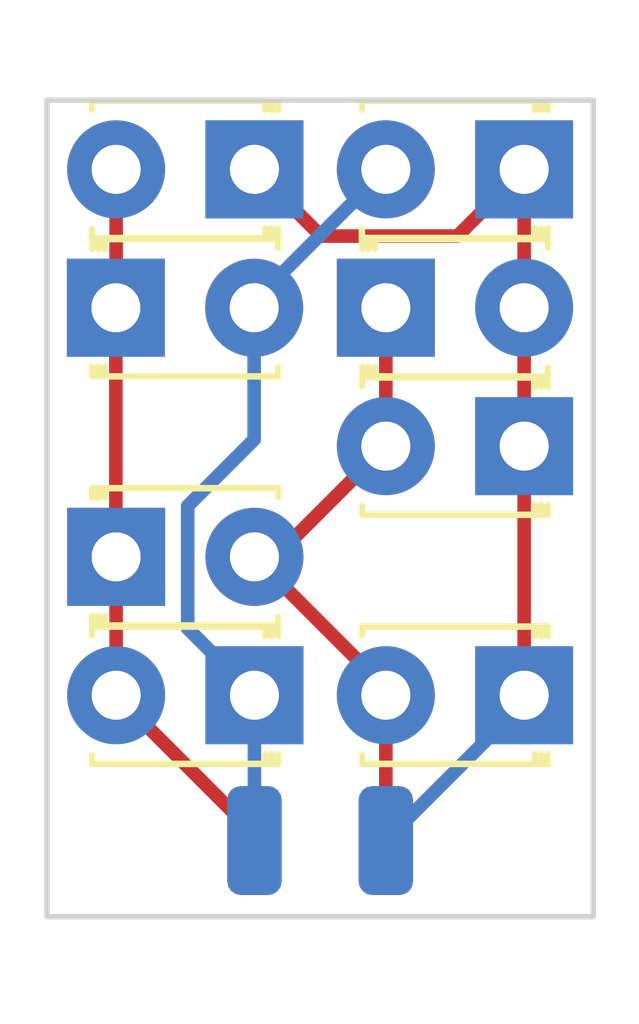
<source format=kicad_pcb>
(kicad_pcb (version 20221018) (generator pcbnew)
  (layers (0 "F.Cu" signal) (31 "B.Cu" signal) (34 "B.Paste" user) (35 "F.Paste" user) (36 "B.SilkS" user "B.Silkscreen") (37 "F.SilkS" user "F.Silkscreen") (38 "B.Mask" user) (39 "F.Mask" user) (44 "Edge.Cuts" user))
  (net 0 "")
  (net 1 "Net-(D1G1-K)")
  (net 2 "Net-(D1G1-A)")
  (net 3 "Net-(D3R1-K)")
  (net 4 "Net-(D1G2-A)")
  (footprint "LED_THT:LED_D1.8mm_W3.3mm_H2.4mm" (layer "F.Cu") (at 111.125 75.057 180)
    (fp_text reference "D7O2" hide)
    (fp_text value "LED")
    (fp_line (start -0.44 -1.26) (end -0.44 -1.08) (stroke (width 0.12)) (layer "F.SilkS"))
    (fp_line (start -0.44 -1.26) (end 2.98 -1.26) (stroke (width 0.12)) (layer "F.SilkS"))
    (fp_line (start -0.44 1.08) (end -0.44 1.26) (stroke (width 0.12)) (layer "F.SilkS"))
    (fp_line (start -0.44 1.26) (end 2.98 1.26) (stroke (width 0.12)) (layer "F.SilkS"))
    (fp_line (start -0.32 -1.26) (end -0.32 -1.08) (stroke (width 0.12)) (layer "F.SilkS"))
    (fp_line (start -0.32 1.08) (end -0.32 1.26) (stroke (width 0.12)) (layer "F.SilkS"))
    (fp_line (start -0.2 -1.26) (end -0.2 -1.08) (stroke (width 0.12)) (layer "F.SilkS"))
    (fp_line (start -0.2 1.08) (end -0.2 1.26) (stroke (width 0.12)) (layer "F.SilkS"))
    (fp_line (start 2.98 -1.26) (end 2.98 -1.095) (stroke (width 0.12)) (layer "F.SilkS"))
    (fp_line (start 2.98 1.095) (end 2.98 1.26) (stroke (width 0.12)) (layer "F.SilkS"))
    (pad "1" thru_hole rect (at 0 0 180) (size 1.8 1.8) (drill 0.9) (layers "*.Cu" "*.Mask") (net 1 "Net-(D1G1-K)"))
    (pad "2" thru_hole circle (at 2.54 0 180) (size 1.8 1.8) (drill 0.9) (layers "*.Cu" "*.Mask") (net 3 "Net-(D3R1-K)"))
  )
  (footprint "LED_THT:LED_D1.8mm_W3.3mm_H2.4mm" (layer "F.Cu") (at 111.125 70.485 180)
    (fp_text reference "D4W1" hide)
    (fp_text value "LED" hide)
    (fp_line (start -0.44 -1.26) (end -0.44 -1.08) (stroke (width 0.12)) (layer "F.SilkS"))
    (fp_line (start -0.44 -1.26) (end 2.98 -1.26) (stroke (width 0.12)) (layer "F.SilkS"))
    (fp_line (start -0.44 1.08) (end -0.44 1.26) (stroke (width 0.12)) (layer "F.SilkS"))
    (fp_line (start -0.44 1.26) (end 2.98 1.26) (stroke (width 0.12)) (layer "F.SilkS"))
    (fp_line (start -0.32 -1.26) (end -0.32 -1.08) (stroke (width 0.12)) (layer "F.SilkS"))
    (fp_line (start -0.32 1.08) (end -0.32 1.26) (stroke (width 0.12)) (layer "F.SilkS"))
    (fp_line (start -0.2 -1.26) (end -0.2 -1.08) (stroke (width 0.12)) (layer "F.SilkS"))
    (fp_line (start -0.2 1.08) (end -0.2 1.26) (stroke (width 0.12)) (layer "F.SilkS"))
    (fp_line (start 2.98 -1.26) (end 2.98 -1.095) (stroke (width 0.12)) (layer "F.SilkS"))
    (fp_line (start 2.98 1.095) (end 2.98 1.26) (stroke (width 0.12)) (layer "F.SilkS"))
    (pad "1" thru_hole rect (at 0 0 180) (size 1.8 1.8) (drill 0.9) (layers "*.Cu" "*.Mask") (net 1 "Net-(D1G1-K)"))
    (pad "2" thru_hole circle (at 2.54 0 180) (size 1.8 1.8) (drill 0.9) (layers "*.Cu" "*.Mask") (net 3 "Net-(D3R1-K)"))
  )
  (footprint "Connector_Wire:SolderWirePad_1x01_SMD_1x2mm" (layer "F.Cu") (at 108.585 77.724)
    (fp_text reference "J3")
    (fp_text value "Conn_01x01")
    (pad "1" smd roundrect (at 0 0) (size 1 2) (layers "F.Cu" "F.Paste" "F.Mask") (net 3 "Net-(D3R1-K)"))
  )
  (footprint "LED_THT:LED_D1.8mm_W3.3mm_H2.4mm" (layer "F.Cu") (at 108.585 67.945)
    (fp_text reference "D3R1" hide)
    (fp_text value "LED" hide)
    (fp_line (start -0.44 -1.26) (end -0.44 -1.08) (stroke (width 0.12)) (layer "F.SilkS"))
    (fp_line (start -0.44 -1.26) (end 2.98 -1.26) (stroke (width 0.12)) (layer "F.SilkS"))
    (fp_line (start -0.44 1.08) (end -0.44 1.26) (stroke (width 0.12)) (layer "F.SilkS"))
    (fp_line (start -0.44 1.26) (end 2.98 1.26) (stroke (width 0.12)) (layer "F.SilkS"))
    (fp_line (start -0.32 -1.26) (end -0.32 -1.08) (stroke (width 0.12)) (layer "F.SilkS"))
    (fp_line (start -0.32 1.08) (end -0.32 1.26) (stroke (width 0.12)) (layer "F.SilkS"))
    (fp_line (start -0.2 -1.26) (end -0.2 -1.08) (stroke (width 0.12)) (layer "F.SilkS"))
    (fp_line (start -0.2 1.08) (end -0.2 1.26) (stroke (width 0.12)) (layer "F.SilkS"))
    (fp_line (start 2.98 -1.26) (end 2.98 -1.095) (stroke (width 0.12)) (layer "F.SilkS"))
    (fp_line (start 2.98 1.095) (end 2.98 1.26) (stroke (width 0.12)) (layer "F.SilkS"))
    (pad "1" thru_hole rect (at 0 0) (size 1.8 1.8) (drill 0.9) (layers "*.Cu" "*.Mask") (net 3 "Net-(D3R1-K)"))
    (pad "2" thru_hole circle (at 2.54 0) (size 1.8 1.8) (drill 0.9) (layers "*.Cu" "*.Mask") (net 1 "Net-(D1G1-K)"))
  )
  (footprint "LED_THT:LED_D1.8mm_W3.3mm_H2.4mm" (layer "F.Cu") (at 106.172 65.405 180)
    (fp_text reference "D1G1" hide)
    (fp_text value "LED" hide)
    (fp_line (start -0.44 -1.26) (end -0.44 -1.08) (stroke (width 0.12)) (layer "F.SilkS"))
    (fp_line (start -0.44 -1.26) (end 2.98 -1.26) (stroke (width 0.12)) (layer "F.SilkS"))
    (fp_line (start -0.44 1.08) (end -0.44 1.26) (stroke (width 0.12)) (layer "F.SilkS"))
    (fp_line (start -0.44 1.26) (end 2.98 1.26) (stroke (width 0.12)) (layer "F.SilkS"))
    (fp_line (start -0.32 -1.26) (end -0.32 -1.08) (stroke (width 0.12)) (layer "F.SilkS"))
    (fp_line (start -0.32 1.08) (end -0.32 1.26) (stroke (width 0.12)) (layer "F.SilkS"))
    (fp_line (start -0.2 -1.26) (end -0.2 -1.08) (stroke (width 0.12)) (layer "F.SilkS"))
    (fp_line (start -0.2 1.08) (end -0.2 1.26) (stroke (width 0.12)) (layer "F.SilkS"))
    (fp_line (start 2.98 -1.26) (end 2.98 -1.095) (stroke (width 0.12)) (layer "F.SilkS"))
    (fp_line (start 2.98 1.095) (end 2.98 1.26) (stroke (width 0.12)) (layer "F.SilkS"))
    (pad "1" thru_hole rect (at 0 0 180) (size 1.8 1.8) (drill 0.9) (layers "*.Cu" "*.Mask") (net 1 "Net-(D1G1-K)"))
    (pad "2" thru_hole circle (at 2.54 0 180) (size 1.8 1.8) (drill 0.9) (layers "*.Cu" "*.Mask") (net 2 "Net-(D1G1-A)"))
  )
  (footprint "LED_THT:LED_D1.8mm_W3.3mm_H2.4mm" (layer "F.Cu") (at 103.627 67.945)
    (fp_text reference "D2R1" hide)
    (fp_text value "LED" hide)
    (fp_line (start -0.44 -1.26) (end -0.44 -1.08) (stroke (width 0.12)) (layer "F.SilkS"))
    (fp_line (start -0.44 -1.26) (end 2.98 -1.26) (stroke (width 0.12)) (layer "F.SilkS"))
    (fp_line (start -0.44 1.08) (end -0.44 1.26) (stroke (width 0.12)) (layer "F.SilkS"))
    (fp_line (start -0.44 1.26) (end 2.98 1.26) (stroke (width 0.12)) (layer "F.SilkS"))
    (fp_line (start -0.32 -1.26) (end -0.32 -1.08) (stroke (width 0.12)) (layer "F.SilkS"))
    (fp_line (start -0.32 1.08) (end -0.32 1.26) (stroke (width 0.12)) (layer "F.SilkS"))
    (fp_line (start -0.2 -1.26) (end -0.2 -1.08) (stroke (width 0.12)) (layer "F.SilkS"))
    (fp_line (start -0.2 1.08) (end -0.2 1.26) (stroke (width 0.12)) (layer "F.SilkS"))
    (fp_line (start 2.98 -1.26) (end 2.98 -1.095) (stroke (width 0.12)) (layer "F.SilkS"))
    (fp_line (start 2.98 1.095) (end 2.98 1.26) (stroke (width 0.12)) (layer "F.SilkS"))
    (pad "1" thru_hole rect (at 0 0) (size 1.8 1.8) (drill 0.9) (layers "*.Cu" "*.Mask") (net 2 "Net-(D1G1-A)"))
    (pad "2" thru_hole circle (at 2.54 0) (size 1.8 1.8) (drill 0.9) (layers "*.Cu" "*.Mask") (net 4 "Net-(D1G2-A)"))
  )
  (footprint "LED_THT:LED_D1.8mm_W3.3mm_H2.4mm" (layer "F.Cu") (at 106.172 75.057 180)
    (fp_text reference "D6O1" hide)
    (fp_text value "LED" hide)
    (fp_line (start -0.44 -1.26) (end -0.44 -1.08) (stroke (width 0.12)) (layer "F.SilkS"))
    (fp_line (start -0.44 -1.26) (end 2.98 -1.26) (stroke (width 0.12)) (layer "F.SilkS"))
    (fp_line (start -0.44 1.08) (end -0.44 1.26) (stroke (width 0.12)) (layer "F.SilkS"))
    (fp_line (start -0.44 1.26) (end 2.98 1.26) (stroke (width 0.12)) (layer "F.SilkS"))
    (fp_line (start -0.32 -1.26) (end -0.32 -1.08) (stroke (width 0.12)) (layer "F.SilkS"))
    (fp_line (start -0.32 1.08) (end -0.32 1.26) (stroke (width 0.12)) (layer "F.SilkS"))
    (fp_line (start -0.2 -1.26) (end -0.2 -1.08) (stroke (width 0.12)) (layer "F.SilkS"))
    (fp_line (start -0.2 1.08) (end -0.2 1.26) (stroke (width 0.12)) (layer "F.SilkS"))
    (fp_line (start 2.98 -1.26) (end 2.98 -1.095) (stroke (width 0.12)) (layer "F.SilkS"))
    (fp_line (start 2.98 1.095) (end 2.98 1.26) (stroke (width 0.12)) (layer "F.SilkS"))
    (pad "1" thru_hole rect (at 0 0 180) (size 1.8 1.8) (drill 0.9) (layers "*.Cu" "*.Mask") (net 4 "Net-(D1G2-A)"))
    (pad "2" thru_hole circle (at 2.54 0 180) (size 1.8 1.8) (drill 0.9) (layers "*.Cu" "*.Mask") (net 2 "Net-(D1G1-A)"))
  )
  (footprint "LED_THT:LED_D1.8mm_W3.3mm_H2.4mm" (layer "F.Cu") (at 111.125 65.405 180)
    (fp_text reference "D1G2" hide)
    (fp_text value "LED")
    (fp_line (start -0.44 -1.26) (end -0.44 -1.08) (stroke (width 0.12)) (layer "F.SilkS"))
    (fp_line (start -0.44 -1.26) (end 2.98 -1.26) (stroke (width 0.12)) (layer "F.SilkS"))
    (fp_line (start -0.44 1.08) (end -0.44 1.26) (stroke (width 0.12)) (layer "F.SilkS"))
    (fp_line (start -0.44 1.26) (end 2.98 1.26) (stroke (width 0.12)) (layer "F.SilkS"))
    (fp_line (start -0.32 -1.26) (end -0.32 -1.08) (stroke (width 0.12)) (layer "F.SilkS"))
    (fp_line (start -0.32 1.08) (end -0.32 1.26) (stroke (width 0.12)) (layer "F.SilkS"))
    (fp_line (start -0.2 -1.26) (end -0.2 -1.08) (stroke (width 0.12)) (layer "F.SilkS"))
    (fp_line (start -0.2 1.08) (end -0.2 1.26) (stroke (width 0.12)) (layer "F.SilkS"))
    (fp_line (start 2.98 -1.26) (end 2.98 -1.095) (stroke (width 0.12)) (layer "F.SilkS"))
    (fp_line (start 2.98 1.095) (end 2.98 1.26) (stroke (width 0.12)) (layer "F.SilkS"))
    (pad "1" thru_hole rect (at 0 0 180) (size 1.8 1.8) (drill 0.9) (layers "*.Cu" "*.Mask") (net 1 "Net-(D1G1-K)"))
    (pad "2" thru_hole circle (at 2.54 0 180) (size 1.8 1.8) (drill 0.9) (layers "*.Cu" "*.Mask") (net 4 "Net-(D1G2-A)"))
  )
  (footprint "Connector_Wire:SolderWirePad_1x01_SMD_1x2mm" (layer "F.Cu") (at 106.172 77.724)
    (fp_text reference "J2")
    (fp_text value "Conn_01x01")
    (pad "1" smd roundrect (at 0 0) (size 1 2) (layers "F.Cu" "F.Paste" "F.Mask") (net 2 "Net-(D1G1-A)"))
  )
  (footprint "LED_THT:LED_D1.8mm_W3.3mm_H2.4mm" (layer "F.Cu") (at 103.632 72.517)
    (fp_text reference "D5W1" hide)
    (fp_text value "LED" hide)
    (fp_line (start -0.44 -1.26) (end -0.44 -1.08) (stroke (width 0.12)) (layer "F.SilkS"))
    (fp_line (start -0.44 -1.26) (end 2.98 -1.26) (stroke (width 0.12)) (layer "F.SilkS"))
    (fp_line (start -0.44 1.08) (end -0.44 1.26) (stroke (width 0.12)) (layer "F.SilkS"))
    (fp_line (start -0.44 1.26) (end 2.98 1.26) (stroke (width 0.12)) (layer "F.SilkS"))
    (fp_line (start -0.32 -1.26) (end -0.32 -1.08) (stroke (width 0.12)) (layer "F.SilkS"))
    (fp_line (start -0.32 1.08) (end -0.32 1.26) (stroke (width 0.12)) (layer "F.SilkS"))
    (fp_line (start -0.2 -1.26) (end -0.2 -1.08) (stroke (width 0.12)) (layer "F.SilkS"))
    (fp_line (start -0.2 1.08) (end -0.2 1.26) (stroke (width 0.12)) (layer "F.SilkS"))
    (fp_line (start 2.98 -1.26) (end 2.98 -1.095) (stroke (width 0.12)) (layer "F.SilkS"))
    (fp_line (start 2.98 1.095) (end 2.98 1.26) (stroke (width 0.12)) (layer "F.SilkS"))
    (pad "1" thru_hole rect (at 0 0) (size 1.8 1.8) (drill 0.9) (layers "*.Cu" "*.Mask") (net 2 "Net-(D1G1-A)"))
    (pad "2" thru_hole circle (at 2.54 0) (size 1.8 1.8) (drill 0.9) (layers "*.Cu" "*.Mask") (net 3 "Net-(D3R1-K)"))
  )
  (footprint "Connector_Wire:SolderWirePad_1x01_SMD_1x2mm" (layer "B.Cu") (at 106.172 77.724 180)
    (fp_text reference "J1")
    (fp_text value "Conn_01x01")
    (pad "1" smd roundrect (at 0 0 180) (size 1 2) (layers "B.Cu" "B.Paste" "B.Mask") (net 4 "Net-(D1G2-A)"))
  )
  (footprint "Connector_Wire:SolderWirePad_1x01_SMD_1x2mm" (layer "B.Cu") (at 108.585 77.724 180)
    (fp_text reference "J4")
    (fp_text value "Conn_01x01")
    (pad "1" smd roundrect (at 0 0 180) (size 1 2) (layers "B.Cu" "B.Paste" "B.Mask") (net 1 "Net-(D1G1-K)"))
  )
  (gr_rect (start 102.362 64.135) (end 112.395 79.121) (stroke (width 0.1)) (fill none) (layer "Edge.Cuts"))
  (segment (start 111.125 68.189) (end 111.115 68.199) (width 0.25) (layer "F.Cu") (net 1))
  (segment (start 109.9 66.63) (end 107.397 66.63) (width 0.25) (layer "F.Cu") (net 1))
  (segment (start 111.125 65.405) (end 109.9 66.63) (width 0.25) (layer "F.Cu") (net 1))
  (segment (start 107.397 66.63) (end 106.172 65.405) (width 0.25) (layer "F.Cu") (net 1))
  (segment (start 111.125 70.485) (end 111.125 75.057) (width 0.25) (layer "F.Cu") (net 1))
  (segment (start 111.125 65.405) (end 111.125 68.189) (width 0.25) (layer "F.Cu") (net 1))
  (segment (start 111.125 67.945) (end 111.125 70.485) (width 0.25) (layer "F.Cu") (net 1))
  (segment (start 111.115 70.983) (end 111.125 70.993) (width 0.25) (layer "F.Cu") (net 1))
  (segment (start 111.125 75.057) (end 111.125 75.184) (width 0.25) (layer "B.Cu") (net 1))
  (segment (start 111.125 75.184) (end 108.585 77.724) (width 0.25) (layer "B.Cu") (net 1))
  (segment (start 103.627 72.512) (end 103.632 72.517) (width 0.25) (layer "F.Cu") (net 2))
  (segment (start 103.632 68.194) (end 103.627 68.199) (width 0.25) (layer "F.Cu") (net 2))
  (segment (start 103.632 72.517) (end 103.632 75.057) (width 0.25) (layer "F.Cu") (net 2))
  (segment (start 106.172 77.597) (end 106.172 77.724) (width 0.25) (layer "F.Cu") (net 2))
  (segment (start 103.632 75.057) (end 106.172 77.597) (width 0.25) (layer "F.Cu") (net 2))
  (segment (start 103.632 65.405) (end 103.632 67.94) (width 0.25) (layer "F.Cu") (net 2))
  (segment (start 103.632 67.94) (end 103.627 67.945) (width 0.25) (layer "F.Cu") (net 2))
  (segment (start 103.627 67.945) (end 103.627 72.512) (width 0.25) (layer "F.Cu") (net 2))
  (segment (start 103.632 68.194) (end 103.627 68.199) (width 0.25) (layer "B.Cu") (net 2))
  (segment (start 103.383 68.57) (end 103.373 68.58) (width 0.25) (layer "B.Cu") (net 2))
  (segment (start 103.373 68.58) (end 103.632 68.58) (width 0.25) (layer "B.Cu") (net 2))
  (segment (start 106.553 72.517) (end 106.172 72.517) (width 0.25) (layer "F.Cu") (net 3))
  (segment (start 108.585 74.93) (end 108.585 75.057) (width 0.25) (layer "F.Cu") (net 3))
  (segment (start 106.172 72.517) (end 108.585 74.93) (width 0.25) (layer "F.Cu") (net 3))
  (segment (start 108.585 75.057) (end 108.585 77.724) (width 0.25) (layer "F.Cu") (net 3))
  (segment (start 108.585 67.945) (end 108.585 70.485) (width 0.25) (layer "F.Cu") (net 3))
  (segment (start 108.585 70.485) (end 106.553 72.517) (width 0.25) (layer "F.Cu") (net 3))
  (segment (start 108.585 68.209) (end 108.575 68.199) (width 0.25) (layer "F.Cu") (net 3))
  (segment (start 108.575 70.983) (end 108.585 70.993) (width 0.25) (layer "B.Cu") (net 3))
  (segment (start 106.167 67.823) (end 106.167 68.199) (width 0.25) (layer "F.Cu") (net 4))
  (segment (start 108.585 66.05) (end 108.585 65.405) (width 0.25) (layer "F.Cu") (net 4))
  (segment (start 108.585 65.669) (end 108.585 65.405) (width 0.25) (layer "F.Cu") (net 4))
  (segment (start 104.947 73.832) (end 106.172 75.057) (width 0.25) (layer "B.Cu") (net 4))
  (segment (start 108.585 65.405) (end 106.167 67.823) (width 0.25) (layer "B.Cu") (net 4))
  (segment (start 106.167 67.823) (end 106.167 67.945) (width 0.25) (layer "B.Cu") (net 4))
  (segment (start 104.947 71.583) (end 104.947 73.832) (width 0.25) (layer "B.Cu") (net 4))
  (segment (start 108.585 65.781) (end 108.585 65.405) (width 0.25) (layer "B.Cu") (net 4))
  (segment (start 106.167 67.945) (end 106.167 70.363) (width 0.25) (layer "B.Cu") (net 4))
  (segment (start 106.167 70.363) (end 104.947 71.583) (width 0.25) (layer "B.Cu") (net 4))
  (segment (start 106.172 75.057) (end 106.172 77.724) (width 0.25) (layer "B.Cu") (net 4))
)
</source>
